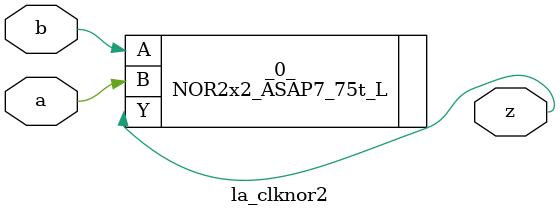
<source format=v>

/* Generated by Yosys 0.44 (git sha1 80ba43d26, g++ 11.4.0-1ubuntu1~22.04 -fPIC -O3) */

(* top =  1  *)
(* src = "inputs/la_clknor2.v:10.1-20.10" *)
module la_clknor2 (
    a,
    b,
    z
);
  (* src = "inputs/la_clknor2.v:13.12-13.13" *)
  input a;
  wire a;
  (* src = "inputs/la_clknor2.v:14.12-14.13" *)
  input b;
  wire b;
  (* src = "inputs/la_clknor2.v:15.12-15.13" *)
  output z;
  wire z;
  NOR2x2_ASAP7_75t_L _0_ (
      .A(b),
      .B(a),
      .Y(z)
  );
endmodule

</source>
